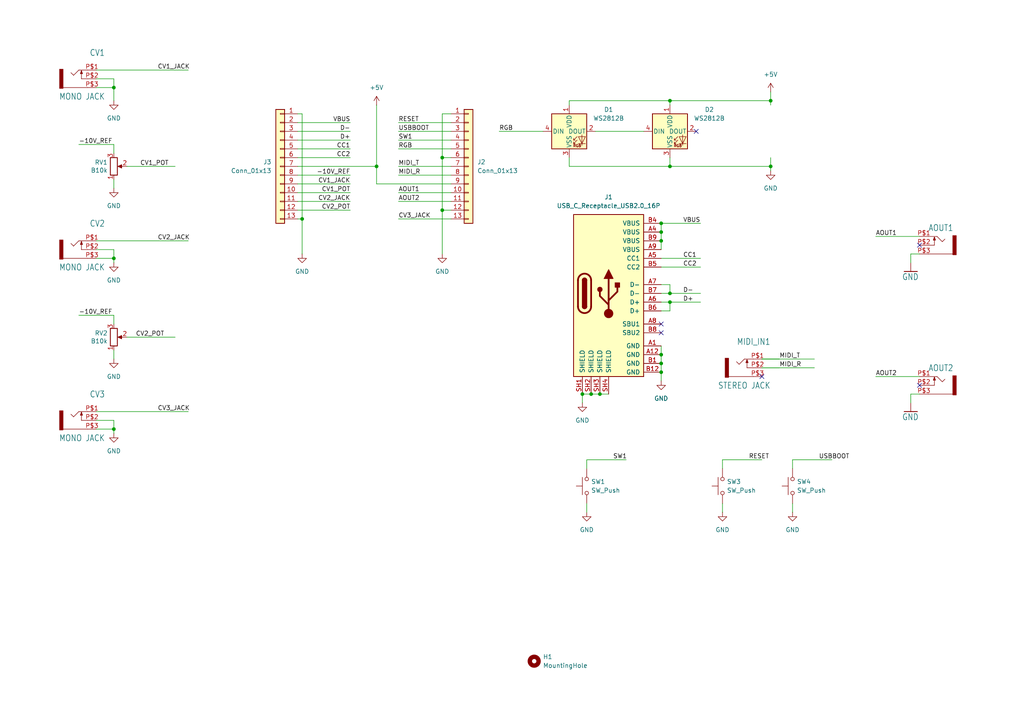
<source format=kicad_sch>
(kicad_sch (version 20231120) (generator "eeschema") (generator_version "8.0")
  (paper "A4")
  (lib_symbols
    (symbol "Connector_Generic:Conn_01x13" (pin_names (offset 1.016) hide)
      (property "Reference" "J" (at 0 17.78 0))
      (property "Value" "Conn_01x13" (at 0 -17.78 0))
      (symbol "Conn_01x13_1_1"
        (rectangle (start -1.27 -15.113) (end 0 -15.367) (stroke (width 0.1524)))
        (rectangle (start -1.27 -12.573) (end 0 -12.827) (stroke (width 0.1524)))
        (rectangle (start -1.27 -10.033) (end 0 -10.287) (stroke (width 0.1524)))
        (rectangle (start -1.27 -7.493) (end 0 -7.747) (stroke (width 0.1524)))
        (rectangle (start -1.27 -4.953) (end 0 -5.207) (stroke (width 0.1524)))
        (rectangle (start -1.27 -2.413) (end 0 -2.667) (stroke (width 0.1524)))
        (rectangle (start -1.27 0.127) (end 0 -0.127) (stroke (width 0.1524)))
        (rectangle (start -1.27 2.667) (end 0 2.413) (stroke (width 0.1524)))
        (rectangle (start -1.27 5.207) (end 0 4.953) (stroke (width 0.1524)))
        (rectangle (start -1.27 7.747) (end 0 7.493) (stroke (width 0.1524)))
        (rectangle (start -1.27 10.287) (end 0 10.033) (stroke (width 0.1524)))
        (rectangle (start -1.27 12.827) (end 0 12.573) (stroke (width 0.1524)))
        (rectangle (start -1.27 15.367) (end 0 15.113) (stroke (width 0.1524)))
        (rectangle (start -1.27 16.51) (end 1.27 -16.51) (stroke (width 0.254)) (fill (type background)))
        (pin passive line (at -5.08 15.24 0) (length 3.81) (name "Pin_1") (number "1"))
        (pin passive line (at -5.08 -7.62 0) (length 3.81) (name "Pin_10") (number "10"))
        (pin passive line (at -5.08 -10.16 0) (length 3.81) (name "Pin_11") (number "11"))
        (pin passive line (at -5.08 -12.7 0) (length 3.81) (name "Pin_12") (number "12"))
        (pin passive line (at -5.08 -15.24 0) (length 3.81) (name "Pin_13") (number "13"))
        (pin passive line (at -5.08 12.7 0) (length 3.81) (name "Pin_2") (number "2"))
        (pin passive line (at -5.08 10.16 0) (length 3.81) (name "Pin_3") (number "3"))
        (pin passive line (at -5.08 7.62 0) (length 3.81) (name "Pin_4") (number "4"))
        (pin passive line (at -5.08 5.08 0) (length 3.81) (name "Pin_5") (number "5"))
        (pin passive line (at -5.08 2.54 0) (length 3.81) (name "Pin_6") (number "6"))
        (pin passive line (at -5.08 0 0) (length 3.81) (name "Pin_7") (number "7"))
        (pin passive line (at -5.08 -2.54 0) (length 3.81) (name "Pin_8") (number "8"))
        (pin passive line (at -5.08 -5.08 0) (length 3.81) (name "Pin_9") (number "9"))
      )
    )
    (symbol "Device:R_Potentiometer" (pin_names (offset 1.016) hide)
      (property "Reference" "RV" (at -4.445 0 90))
      (property "Value" "R_Potentiometer" (at -2.54 0 90))
      (symbol "R_Potentiometer_0_1"
        (polyline (pts (xy 2.54 0) (xy 1.524 0)))
        (polyline (pts (xy 1.143 0) (xy 2.286 0.508) (xy 2.286 -0.508) (xy 1.143 0)) (fill (type outline)))
        (rectangle (start 1.016 2.54) (end -1.016 -2.54) (stroke (width 0.254)))
      )
      (symbol "R_Potentiometer_1_1"
        (pin passive line (at 0 3.81 270) (length 1.27) (name "1") (number "1"))
        (pin passive line (at 3.81 0 180) (length 1.27) (name "2") (number "2"))
        (pin passive line (at 0 -3.81 90) (length 1.27) (name "3") (number "3"))
      )
    )
    (symbol "LED:WS2812B" (pin_names (offset 0.254))
      (property "Reference" "D" (at 5.08 5.715 0))
      (property "Value" "WS2812B" (at 1.27 -5.715 0))
      (symbol "WS2812B_0_0"
        (text "RGB" (at 2.286 -4.191 0) (effects (font (size 0.762 0.762))))
      )
      (symbol "WS2812B_0_1"
        (polyline (pts (xy 1.27 -3.556) (xy 1.778 -3.556)))
        (polyline (pts (xy 1.27 -2.54) (xy 1.778 -2.54)))
        (polyline (pts (xy 4.699 -3.556) (xy 2.667 -3.556)))
        (polyline (pts (xy 2.286 -2.54) (xy 1.27 -3.556) (xy 1.27 -3.048)))
        (polyline (pts (xy 2.286 -1.524) (xy 1.27 -2.54) (xy 1.27 -2.032)))
        (polyline (pts (xy 3.683 -1.016) (xy 3.683 -3.556) (xy 3.683 -4.064)))
        (polyline (pts (xy 4.699 -1.524) (xy 2.667 -1.524) (xy 3.683 -3.556) (xy 4.699 -1.524)))
        (rectangle (start 5.08 5.08) (end -5.08 -5.08) (stroke (width 0.254)) (fill (type background)))
      )
      (symbol "WS2812B_1_1"
        (pin power_in line (at 0 7.62 270) (length 2.54) (name "VDD") (number "1"))
        (pin output line (at 7.62 0 180) (length 2.54) (name "DOUT") (number "2"))
        (pin power_in line (at 0 -7.62 90) (length 2.54) (name "VSS") (number "3"))
        (pin input line (at -7.62 0 0) (length 2.54) (name "DIN") (number "4"))
      )
    )
    (symbol "Mechanical:MountingHole" (pin_names (offset 1.016)) (exclude_from_sim yes) (in_bom no)
      (property "Reference" "H" (at 0 5.08 0))
      (property "Value" "MountingHole" (at 0 3.175 0))
      (symbol "MountingHole_0_1"
        (circle (center 0 0) (radius 1.27) (stroke (width 1.27)))
      )
    )
    (symbol "Switch:SW_Push" (pin_numbers hide) (pin_names (offset 1.016) hide)
      (property "Reference" "SW" (at 1.27 2.54 0))
      (property "Value" "SW_Push" (at 0 -1.524 0))
      (symbol "SW_Push_0_1"
        (circle (center -2.032 0) (radius 0.508))
        (polyline (pts (xy 0 1.27) (xy 0 3.048)))
        (polyline (pts (xy 2.54 1.27) (xy -2.54 1.27)))
        (circle (center 2.032 0) (radius 0.508))
        (pin passive line (at -5.08 0 0) (length 2.54) (name "1") (number "1"))
        (pin passive line (at 5.08 0 180) (length 2.54) (name "2") (number "2"))
      )
    )
    (symbol "Symbols:USB_C_Receptacle_USB2.0_16P" (pin_names (offset 1.016))
      (property "Reference" "J1" (at 0 28.194 0))
      (property "Value" "USB_C_Receptacle_USB2.0_16P" (at 0 25.654 0))
      (symbol "USB_C_Receptacle_USB2.0_16P_0_1"
        (rectangle (start -10.16 22.86) (end 10.16 -24.13) (stroke (width 0.254)) (fill (type background)))
        (arc (start -8.89 -3.81) (mid -6.985 -5.7067) (end -5.08 -3.81) (stroke (width 0.508)))
        (arc (start -7.62 -3.81) (mid -6.985 -4.4423) (end -6.35 -3.81) (stroke (width 0.254)))
        (arc (start -7.62 -3.81) (mid -6.985 -4.4423) (end -6.35 -3.81) (stroke (width 0.254)) (fill (type outline)))
        (rectangle (start -7.62 -3.81) (end -6.35 3.81) (stroke (width 0.254)) (fill (type outline)))
        (arc (start -6.35 3.81) (mid -6.985 4.4423) (end -7.62 3.81) (stroke (width 0.254)))
        (arc (start -6.35 3.81) (mid -6.985 4.4423) (end -7.62 3.81) (stroke (width 0.254)) (fill (type outline)))
        (arc (start -5.08 3.81) (mid -6.985 5.7067) (end -8.89 3.81) (stroke (width 0.508)))
        (circle (center -2.54 1.143) (radius 0.635) (stroke (width 0.254)) (fill (type outline)))
        (circle (center 0 -5.842) (radius 1.27) (fill (type outline)))
        (polyline (pts (xy -8.89 -3.81) (xy -8.89 3.81)) (stroke (width 0.508)))
        (polyline (pts (xy -5.08 3.81) (xy -5.08 -3.81)) (stroke (width 0.508)))
        (polyline (pts (xy 0 -5.842) (xy 0 4.318)) (stroke (width 0.508)))
        (polyline (pts (xy 0 -3.302) (xy -2.54 -0.762) (xy -2.54 0.508)) (stroke (width 0.508)))
        (polyline (pts (xy 0 -2.032) (xy 2.54 0.508) (xy 2.54 1.778)) (stroke (width 0.508)))
        (polyline (pts (xy -1.27 4.318) (xy 0 6.858) (xy 1.27 4.318) (xy -1.27 4.318)) (stroke (width 0.254)) (fill (type outline)))
        (rectangle (start 1.905 1.778) (end 3.175 3.048) (stroke (width 0.254)) (fill (type outline)))
      )
      (symbol "USB_C_Receptacle_USB2.0_16P_1_1"
        (pin passive line (at 15.24 -15.24 180) (length 5.08) (name "GND") (number "A1"))
        (pin passive line (at 15.24 -17.78 180) (length 5.08) (name "GND") (number "A12"))
        (pin passive line (at 15.24 17.78 180) (length 5.08) (name "VBUS") (number "A4"))
        (pin bidirectional line (at 15.24 10.16 180) (length 5.08) (name "CC1") (number "A5"))
        (pin bidirectional line (at 15.24 -2.54 180) (length 5.08) (name "D+") (number "A6"))
        (pin bidirectional line (at 15.24 2.54 180) (length 5.08) (name "D-") (number "A7"))
        (pin bidirectional line (at 15.24 -8.89 180) (length 5.08) (name "SBU1") (number "A8"))
        (pin passive line (at 15.24 12.7 180) (length 5.08) (name "VBUS") (number "A9"))
        (pin passive line (at 15.24 -20.32 180) (length 5.08) (name "GND") (number "B1"))
        (pin passive line (at 15.24 -22.86 180) (length 5.08) (name "GND") (number "B12"))
        (pin passive line (at 15.24 20.32 180) (length 5.08) (name "VBUS") (number "B4"))
        (pin bidirectional line (at 15.24 7.62 180) (length 5.08) (name "CC2") (number "B5"))
        (pin bidirectional line (at 15.24 -5.08 180) (length 5.08) (name "D+") (number "B6"))
        (pin bidirectional line (at 15.24 0 180) (length 5.08) (name "D-") (number "B7"))
        (pin bidirectional line (at 15.24 -11.43 180) (length 5.08) (name "SBU2") (number "B8"))
        (pin passive line (at 15.24 15.24 180) (length 5.08) (name "VBUS") (number "B9"))
        (pin passive line (at -7.62 -29.21 90) (length 5.08) (name "SHIELD") (number "SH1"))
        (pin passive line (at -5.08 -29.21 90) (length 5.08) (name "SHIELD") (number "SH2"))
        (pin passive line (at -2.54 -29.21 90) (length 5.08) (name "SHIELD") (number "SH3"))
        (pin passive line (at 0 -29.21 90) (length 5.08) (name "SHIELD") (number "SH4"))
      )
    )
    (symbol "power:+5V" (power) (pin_numbers hide) (pin_names (offset 0) hide)
      (property "Value" "+5V" (at 0 3.556 0))
      (symbol "+5V_0_1"
        (polyline (pts (xy -0.762 1.27) (xy 0 2.54)))
        (polyline (pts (xy 0 0) (xy 0 2.54)))
        (polyline (pts (xy 0 2.54) (xy 0.762 1.27)))
      )
      (symbol "+5V_1_1"
        (pin power_in line (at 0 0 90) (length 0) (name "~") (number "1"))
      )
    )
    (symbol "power:GND" (power) (pin_numbers hide) (pin_names (offset 0) hide)
      (property "Value" "GND" (at 0 -3.81 0))
      (symbol "GND_0_1"
        (polyline (pts (xy 0 0) (xy 0 -1.27) (xy 1.27 -1.27) (xy 0 -2.54) (xy -1.27 -1.27) (xy 0 -1.27)))
      )
      (symbol "GND_1_1"
        (pin power_in line (at 0 0 270) (length 0) (name "~") (number "1"))
      )
    )
    (symbol "toepler_pro-eagle-import:SparkFun_GND" (power)
      (symbol "SparkFun_GND_1_0"
        (polyline (pts (xy -1.905 0) (xy 1.905 0)) (stroke (width 0.254)))
        (pin power_in line (at 0 2.54 270) (length 2.54) (name "GND") (number "1"))
      )
    )
    (symbol "toepler_pro-eagle-import:WQP-PJ301M-12_JACK"
      (symbol "WQP-PJ301M-12_JACK_1_0"
        (polyline (pts (xy -2.54 -2.54) (xy 4.572 -2.54)) (stroke (width 0.1524)))
        (polyline (pts (xy -2.54 0) (xy -0.762 0)) (stroke (width 0.1524)))
        (polyline (pts (xy -2.54 2.54) (xy 0 2.54)) (stroke (width 0.1524)))
        (polyline (pts (xy -1.016 1.524) (xy -0.508 1.524)) (stroke (width 0.254)))
        (polyline (pts (xy -0.762 0) (xy -0.762 2.286)) (stroke (width 0.1524)))
        (polyline (pts (xy -0.762 2.286) (xy -1.016 1.524)) (stroke (width 0.254)))
        (polyline (pts (xy -0.508 1.524) (xy -0.762 2.286)) (stroke (width 0.254)))
        (polyline (pts (xy 0 2.54) (xy 1.524 1.016)) (stroke (width 0.1524)))
        (polyline (pts (xy 1.524 1.016) (xy 2.286 1.778)) (stroke (width 0.1524)))
        (rectangle (start 4.572 2.794) (end 5.588 -2.794) (fill (type outline)))
        (pin passive line (at -5.08 2.54 0) (length 2.54) (name "2") (number "P$1"))
        (pin passive line (at -5.08 0 0) (length 2.54) (name "3") (number "P$2"))
        (pin passive line (at -5.08 -2.54 0) (length 2.54) (name "1") (number "P$3"))
      )
    )
  )
  (junction (at 33.02 25.4))
  (junction (at 191.77 64.77))
  (junction (at 194.31 85.09))
  (junction (at 33.02 74.93))
  (junction (at 191.77 102.87))
  (junction (at 194.31 48.26))
  (junction (at 194.31 87.63))
  (junction (at 128.27 60.96))
  (junction (at 87.63 63.5))
  (junction (at 191.77 107.95))
  (junction (at 168.91 114.3))
  (junction (at 128.27 45.72))
  (junction (at 33.02 124.46))
  (junction (at 191.77 69.85))
  (junction (at 173.99 114.3))
  (junction (at 191.77 105.41))
  (junction (at 223.52 48.26))
  (junction (at 191.77 67.31))
  (junction (at 194.31 29.21))
  (junction (at 171.45 114.3))
  (junction (at 109.22 48.26))
  (junction (at 223.52 29.21))
  (no_connect (at 266.7 71.12))
  (no_connect (at 191.77 93.98))
  (no_connect (at 191.77 96.52))
  (no_connect (at 201.93 38.1))
  (no_connect (at 266.7 111.76))
  (no_connect (at 220.98 109.22))
  (wire (pts (xy 165.1 30.48) (xy 165.1 29.21)))
  (wire (pts (xy 109.22 53.34) (xy 130.81 53.34)))
  (wire (pts (xy 86.36 55.88) (xy 101.6 55.88)))
  (wire (pts (xy 194.31 87.63) (xy 194.31 90.17)))
  (wire (pts (xy 191.77 64.77) (xy 191.77 67.31)) (stroke (width 0.1524)))
  (wire (pts (xy 86.36 40.64) (xy 101.6 40.64)))
  (wire (pts (xy 191.77 102.87) (xy 191.77 105.41)))
  (wire (pts (xy 170.18 133.35) (xy 181.61 133.35)))
  (wire (pts (xy 191.77 69.85) (xy 191.77 72.39)))
  (wire (pts (xy 128.27 45.72) (xy 128.27 60.96)))
  (wire (pts (xy 27.94 119.38) (xy 54.61 119.38)))
  (wire (pts (xy 194.31 29.21) (xy 223.52 29.21)))
  (wire (pts (xy 86.36 60.96) (xy 101.6 60.96)))
  (wire (pts (xy 128.27 60.96) (xy 130.81 60.96)))
  (wire (pts (xy 27.94 25.4) (xy 33.02 25.4)))
  (wire (pts (xy 223.52 45.72) (xy 223.52 48.26)))
  (wire (pts (xy 168.91 114.3) (xy 168.91 116.84)))
  (wire (pts (xy 22.86 91.44) (xy 33.02 91.44)))
  (wire (pts (xy 191.77 82.55) (xy 194.31 82.55)))
  (wire (pts (xy 194.31 45.72) (xy 194.31 48.26)))
  (wire (pts (xy 229.87 146.05) (xy 229.87 148.59)))
  (wire (pts (xy 223.52 29.21) (xy 223.52 30.48)))
  (wire (pts (xy 115.57 48.26) (xy 130.81 48.26)))
  (wire (pts (xy 86.36 45.72) (xy 101.6 45.72)))
  (wire (pts (xy 130.81 33.02) (xy 128.27 33.02)))
  (wire (pts (xy 209.55 133.35) (xy 220.98 133.35)))
  (wire (pts (xy 264.16 73.66) (xy 266.7 73.66)) (stroke (width 0.1524)))
  (wire (pts (xy 36.83 48.26) (xy 50.8 48.26)))
  (wire (pts (xy 33.02 101.6) (xy 33.02 104.14)))
  (wire (pts (xy 172.72 38.1) (xy 186.69 38.1)))
  (wire (pts (xy 115.57 55.88) (xy 130.81 55.88)))
  (wire (pts (xy 264.16 116.84) (xy 264.16 114.3)) (stroke (width 0.1524)))
  (wire (pts (xy 115.57 40.64) (xy 130.81 40.64)))
  (wire (pts (xy 33.02 29.21) (xy 33.02 25.4)))
  (wire (pts (xy 223.52 48.26) (xy 223.52 49.53)))
  (wire (pts (xy 220.98 104.14) (xy 236.22 104.14)) (stroke (width 0.1524)))
  (wire (pts (xy 27.94 124.46) (xy 33.02 124.46)))
  (wire (pts (xy 86.36 43.18) (xy 101.6 43.18)))
  (wire (pts (xy 33.02 76.2) (xy 33.02 74.93)))
  (wire (pts (xy 191.77 107.95) (xy 191.77 110.49)))
  (wire (pts (xy 115.57 38.1) (xy 130.81 38.1)))
  (wire (pts (xy 209.55 135.89) (xy 209.55 133.35)))
  (wire (pts (xy 226.06 104.14) (xy 220.98 104.14)))
  (wire (pts (xy 194.31 82.55) (xy 194.31 85.09)))
  (wire (pts (xy 86.36 50.8) (xy 101.6 50.8)))
  (wire (pts (xy 144.78 38.1) (xy 157.48 38.1)))
  (wire (pts (xy 191.77 67.31) (xy 191.77 69.85)) (stroke (width 0.1524)))
  (wire (pts (xy 33.02 25.4) (xy 33.02 22.86)))
  (wire (pts (xy 27.94 72.39) (xy 33.02 72.39)))
  (wire (pts (xy 171.45 114.3) (xy 173.99 114.3)))
  (wire (pts (xy 191.77 105.41) (xy 191.77 107.95)))
  (wire (pts (xy 86.36 33.02) (xy 87.63 33.02)))
  (wire (pts (xy 33.02 52.07) (xy 33.02 54.61)))
  (wire (pts (xy 220.98 106.68) (xy 236.22 106.68)) (stroke (width 0.1524)))
  (wire (pts (xy 22.86 41.91) (xy 33.02 41.91)))
  (wire (pts (xy 264.16 114.3) (xy 266.7 114.3)) (stroke (width 0.1524)))
  (wire (pts (xy 86.36 38.1) (xy 101.6 38.1)))
  (wire (pts (xy 109.22 30.48) (xy 109.22 48.26)))
  (wire (pts (xy 86.36 58.42) (xy 101.6 58.42)))
  (wire (pts (xy 191.77 64.77) (xy 203.2 64.77)) (stroke (width 0.1524)))
  (wire (pts (xy 170.18 135.89) (xy 170.18 133.35)))
  (wire (pts (xy 86.36 35.56) (xy 101.6 35.56)))
  (wire (pts (xy 229.87 135.89) (xy 229.87 133.35)))
  (wire (pts (xy 87.63 63.5) (xy 87.63 73.66)))
  (wire (pts (xy 168.91 114.3) (xy 171.45 114.3)))
  (wire (pts (xy 115.57 35.56) (xy 130.81 35.56)))
  (wire (pts (xy 254 68.58) (xy 266.7 68.58)))
  (wire (pts (xy 128.27 45.72) (xy 130.81 45.72)))
  (wire (pts (xy 191.77 87.63) (xy 194.31 87.63)) (stroke (width 0.1524)))
  (wire (pts (xy 194.31 85.09) (xy 203.2 85.09)) (stroke (width 0.1524)))
  (wire (pts (xy 86.36 63.5) (xy 87.63 63.5)))
  (wire (pts (xy 115.57 58.42) (xy 130.81 58.42)))
  (wire (pts (xy 254 109.22) (xy 266.7 109.22)))
  (wire (pts (xy 191.77 77.47) (xy 203.2 77.47)))
  (wire (pts (xy 229.87 133.35) (xy 241.3 133.35)))
  (wire (pts (xy 27.94 121.92) (xy 33.02 121.92)))
  (wire (pts (xy 191.77 74.93) (xy 203.2 74.93)))
  (wire (pts (xy 33.02 41.91) (xy 33.02 44.45)))
  (wire (pts (xy 191.77 100.33) (xy 191.77 102.87)))
  (wire (pts (xy 115.57 63.5) (xy 130.81 63.5)))
  (wire (pts (xy 33.02 91.44) (xy 33.02 93.98)))
  (wire (pts (xy 194.31 48.26) (xy 223.52 48.26)))
  (wire (pts (xy 226.06 106.68) (xy 220.98 106.68)))
  (wire (pts (xy 109.22 48.26) (xy 109.22 53.34)))
  (wire (pts (xy 170.18 146.05) (xy 170.18 148.59)))
  (wire (pts (xy 27.94 20.32) (xy 54.61 20.32)))
  (wire (pts (xy 165.1 45.72) (xy 165.1 48.26)))
  (wire (pts (xy 165.1 29.21) (xy 194.31 29.21)))
  (wire (pts (xy 264.16 76.2) (xy 264.16 73.66)) (stroke (width 0.1524)))
  (wire (pts (xy 33.02 125.73) (xy 33.02 124.46)))
  (wire (pts (xy 209.55 146.05) (xy 209.55 148.59)))
  (wire (pts (xy 223.52 26.67) (xy 223.52 29.21)))
  (wire (pts (xy 27.94 69.85) (xy 54.61 69.85)))
  (wire (pts (xy 165.1 48.26) (xy 194.31 48.26)))
  (wire (pts (xy 33.02 124.46) (xy 33.02 121.92)))
  (wire (pts (xy 27.94 22.86) (xy 33.02 22.86)))
  (wire (pts (xy 194.31 29.21) (xy 194.31 30.48)))
  (wire (pts (xy 87.63 33.02) (xy 87.63 63.5)))
  (wire (pts (xy 194.31 87.63) (xy 203.2 87.63)) (stroke (width 0.1524)))
  (wire (pts (xy 86.36 48.26) (xy 109.22 48.26)))
  (wire (pts (xy 36.83 97.79) (xy 50.8 97.79)))
  (wire (pts (xy 86.36 53.34) (xy 101.6 53.34)))
  (wire (pts (xy 191.77 85.09) (xy 194.31 85.09)) (stroke (width 0.1524)))
  (wire (pts (xy 33.02 74.93) (xy 33.02 72.39)))
  (wire (pts (xy 173.99 114.3) (xy 176.53 114.3)))
  (wire (pts (xy 115.57 43.18) (xy 130.81 43.18)))
  (wire (pts (xy 191.77 90.17) (xy 194.31 90.17)))
  (wire (pts (xy 115.57 50.8) (xy 130.81 50.8)))
  (wire (pts (xy 128.27 60.96) (xy 128.27 73.66)))
  (wire (pts (xy 27.94 74.93) (xy 33.02 74.93)))
  (wire (pts (xy 128.27 33.02) (xy 128.27 45.72)))
  (label "RESET" (at 217.17 133.35 0))
  (label "SW1" (at 177.8 133.35 0))
  (label "CC2" (at 101.6 45.72 180))
  (label "CV1_JACK" (at 45.72 20.32 0))
  (label "VBUS" (at 198.12 64.77 0) (effects (font (size 1.2446 1.2446))))
  (label "-10V_REF" (at 22.86 41.91 0))
  (label "RGB" (at 115.57 43.18 0))
  (label "D-" (at 101.6 38.1 180) (effects (font (size 1.2446 1.2446))))
  (label "CC1" (at 101.6 43.18 180))
  (label "VBUS" (at 101.6 35.56 180) (effects (font (size 1.2446 1.2446))))
  (label "SW1" (at 115.57 40.64 0))
  (label "AOUT1" (at 254 68.58 0))
  (label "CV1_JACK" (at 101.6 53.34 180))
  (label "CV2_JACK" (at 101.6 58.42 180))
  (label "RGB" (at 144.78 38.1 0))
  (label "D+" (at 101.6 40.64 180) (effects (font (size 1.2446 1.2446))))
  (label "-10V_REF" (at 22.86 91.44 0))
  (label "CC1" (at 198.12 74.93 0))
  (label "RESET" (at 115.57 35.56 0))
  (label "AOUT2" (at 254 109.22 0))
  (label "CV2_JACK" (at 45.72 69.85 0))
  (label "MIDI_T" (at 226.06 104.14 0))
  (label "D-" (at 198.12 85.09 0) (effects (font (size 1.2446 1.2446))))
  (label "CV2_POT" (at 39.37 97.79 0))
  (label "USBBOOT" (at 115.57 38.1 0))
  (label "MIDI_R" (at 226.06 106.68 0))
  (label "MIDI_R" (at 115.57 50.8 0))
  (label "CV3_JACK" (at 115.57 63.5 0))
  (label "CV2_POT" (at 101.6 60.96 180))
  (label "CC2" (at 198.12 77.47 0))
  (label "CV1_POT" (at 40.64 48.26 0))
  (label "MIDI_T" (at 115.57 48.26 0))
  (label "AOUT1" (at 115.57 55.88 0))
  (label "CV3_JACK" (at 45.72 119.38 0))
  (label "CV1_POT" (at 101.6 55.88 180))
  (label "-10V_REF" (at 101.6 50.8 180))
  (label "USBBOOT" (at 237.49 133.35 0))
  (label "D+" (at 198.12 87.63 0) (effects (font (size 1.2446 1.2446))))
  (label "AOUT2" (at 115.57 58.42 0))
  (symbol (lib_id "Mechanical:MountingHole") (at 154.94 191.77 0) (unit 1) (exclude_from_sim yes) (in_bom no)
    (property "Reference" "H1" (at 157.48 190.4999 0) (effects (justify left)))
    (property "Value" "MountingHole" (at 157.48 193.0399 0) (effects (justify left)))
    (property "Footprint" "MountingHole:MountingHole_2.7mm_M2.5" (effects (hide yes)))
    (property "Description" "Mounting Hole without connection" (effects (hide yes)))
  )
  (symbol (lib_id "Device:R_Potentiometer") (at 33.02 97.79 0) (mirror x) (unit 1)
    (property "Reference" "RV2" (at 31.242 96.6216 0) (effects (justify right)))
    (property "Value" "B10k" (at 31.242 98.933 0) (effects (justify right)))
    (property "Footprint" "Library:Potentiometer_Alps_RK09K_Single_Vertical_DSHAFT" (effects (hide yes)))
  )
  (symbol (lib_id "power:GND") (at 191.77 110.49 0) (unit 1)
    (property "Reference" "#PWR05" (effects (hide yes)))
    (property "Value" "GND" (at 191.77 115.57 0))
    (property "Description" "Power symbol creates a global label with name \"GND\" , ground" (effects (hide yes)))
  )
  (symbol (lib_id "power:GND") (at 128.27 73.66 0) (unit 1)
    (property "Reference" "#PWR020" (effects (hide yes)))
    (property "Value" "GND" (at 128.27 78.74 0))
    (property "Description" "Power symbol creates a global label with name \"GND\" , ground" (effects (hide yes)))
  )
  (symbol (lib_id "Device:R_Potentiometer") (at 33.02 48.26 0) (mirror x) (unit 1)
    (property "Reference" "RV1" (at 31.242 47.0916 0) (effects (justify right)))
    (property "Value" "B10k" (at 31.242 49.403 0) (effects (justify right)))
    (property "Footprint" "Library:Potentiometer_Alps_RK09K_Single_Vertical_DSHAFT" (effects (hide yes)))
  )
  (symbol (lib_id "power:+5V") (at 109.22 30.48 0) (unit 1)
    (property "Reference" "#PWR021" (effects (hide yes)))
    (property "Value" "+5V" (at 109.22 25.4 0))
    (property "Description" "Power symbol creates a global label with name \"+5V\"" (effects (hide yes)))
  )
  (symbol (lib_id "toepler_pro-eagle-import:WQP-PJ301M-12_JACK") (at 271.78 111.76 0) (unit 1)
    (property "Reference" "AOUT2" (at 269.24 107.696 0) (effects (font (size 1.778 1.5113)) (justify left bottom)))
    (property "Value" "WQP-PJ301M-12_JACK" (effects (hide yes)))
    (property "Footprint" "toepler_pro:WQP-PJ301M-12_JACK" (effects (hide yes)))
  )
  (symbol (lib_id "power:GND") (at 33.02 125.73 0) (unit 1)
    (property "Reference" "#PWR013" (effects (hide yes)))
    (property "Value" "GND" (at 33.02 130.81 0))
    (property "Description" "Power symbol creates a global label with name \"GND\" , ground" (effects (hide yes)))
  )
  (symbol (lib_id "toepler_pro-eagle-import:WQP-PJ301M-12_JACK") (at 215.9 106.68 0) (mirror y) (unit 1)
    (property "Reference" "MIDI_IN1" (at 223.52 100.076 0) (effects (font (size 1.778 1.5113)) (justify left bottom)))
    (property "Value" "STEREO JACK" (at 223.52 112.776 0) (effects (font (size 1.778 1.5113)) (justify left bottom)))
    (property "Footprint" "toepler_pro:WQP-PJ301M-12_JACK" (effects (hide yes)))
  )
  (symbol (lib_id "Connector_Generic:Conn_01x13") (at 81.28 48.26 0) (mirror y) (unit 1)
    (property "Reference" "J3" (at 78.74 46.9899 0) (effects (justify left)))
    (property "Value" "Conn_01x13" (at 78.74 49.5299 0) (effects (justify left)))
    (property "Footprint" "Connector_PinSocket_2.54mm:PinSocket_1x13_P2.54mm_Vertical" (effects (hide yes)))
    (property "Description" "Generic connector, single row, 01x13, script generated (kicad-library-utils/schlib/autogen/connector/)" (effects (hide yes)))
  )
  (symbol (lib_id "toepler_pro-eagle-import:WQP-PJ301M-12_JACK") (at 22.86 22.86 0) (mirror y) (unit 1)
    (property "Reference" "CV1" (at 30.48 16.256 0) (effects (font (size 1.778 1.5113)) (justify left bottom)))
    (property "Value" "MONO JACK" (at 30.48 28.956 0) (effects (font (size 1.778 1.5113)) (justify left bottom)))
    (property "Footprint" "toepler_pro:WQP-PJ301M-12_JACK" (effects (hide yes)))
  )
  (symbol (lib_id "power:GND") (at 170.18 148.59 0) (unit 1)
    (property "Reference" "#PWR04" (effects (hide yes)))
    (property "Value" "GND" (at 170.18 153.67 0))
    (property "Description" "Power symbol creates a global label with name \"GND\" , ground" (effects (hide yes)))
  )
  (symbol (lib_id "Switch:SW_Push") (at 170.18 140.97 90) (unit 1)
    (property "Reference" "SW1" (at 171.45 139.6999 90) (effects (justify right)))
    (property "Value" "SW_Push" (at 171.45 142.2399 90) (effects (justify right)))
    (property "Footprint" "Button_Switch_THT:SW_PUSH_6mm_H13mm" (effects (hide yes)))
    (property "Description" "Push button switch, generic, two pins" (effects (hide yes)))
  )
  (symbol (lib_id "power:+5V") (at 223.52 26.67 0) (unit 1)
    (property "Reference" "#PWR02" (effects (hide yes)))
    (property "Value" "+5V" (at 223.52 21.59 0))
    (property "Description" "Power symbol creates a global label with name \"+5V\"" (effects (hide yes)))
  )
  (symbol (lib_id "power:GND") (at 229.87 148.59 0) (unit 1)
    (property "Reference" "#PWR07" (effects (hide yes)))
    (property "Value" "GND" (at 229.87 153.67 0))
    (property "Description" "Power symbol creates a global label with name \"GND\" , ground" (effects (hide yes)))
  )
  (symbol (lib_id "power:GND") (at 223.52 49.53 0) (unit 1)
    (property "Reference" "#PWR03" (effects (hide yes)))
    (property "Value" "GND" (at 223.52 54.61 0))
    (property "Description" "Power symbol creates a global label with name \"GND\" , ground" (effects (hide yes)))
  )
  (symbol (lib_id "toepler_pro-eagle-import:WQP-PJ301M-12_JACK") (at 22.86 121.92 0) (mirror y) (unit 1)
    (property "Reference" "CV3" (at 30.48 115.316 0) (effects (font (size 1.778 1.5113)) (justify left bottom)))
    (property "Value" "MONO JACK" (at 30.48 128.016 0) (effects (font (size 1.778 1.5113)) (justify left bottom)))
    (property "Footprint" "toepler_pro:WQP-PJ301M-12_JACK" (effects (hide yes)))
  )
  (symbol (lib_id "Switch:SW_Push") (at 209.55 140.97 90) (unit 1)
    (property "Reference" "SW3" (at 210.82 139.6999 90) (effects (justify right)))
    (property "Value" "SW_Push" (at 210.82 142.2399 90) (effects (justify right)))
    (property "Footprint" "Button_Switch_THT:SW_PUSH_6mm_H13mm" (effects (hide yes)))
    (property "Description" "Push button switch, generic, two pins" (effects (hide yes)))
  )
  (symbol (lib_id "LED:WS2812B") (at 194.31 38.1 0) (unit 1)
    (property "Reference" "D2" (at 205.74 31.7814 0))
    (property "Value" "WS2812B" (at 205.74 34.3214 0))
    (property "Footprint" "LED_SMD:LED_WS2812B_PLCC4_5.0x5.0mm_P3.2mm" (effects (hide yes)))
    (property "Datasheet" "https://cdn-shop.adafruit.com/datasheets/WS2812B.pdf" (effects (hide yes)))
    (property "Description" "RGB LED with integrated controller" (effects (hide yes)))
  )
  (symbol (lib_id "toepler_pro-eagle-import:SparkFun_GND") (at 264.16 78.74 0) (unit 1)
    (property "Reference" "#GND01" (effects (hide yes)))
    (property "Value" "GND" (at 261.62 81.28 0) (effects (font (size 1.778 1.5113)) (justify left bottom)))
  )
  (symbol (lib_id "power:GND") (at 33.02 76.2 0) (unit 1)
    (property "Reference" "#PWR011" (effects (hide yes)))
    (property "Value" "GND" (at 33.02 81.28 0))
    (property "Description" "Power symbol creates a global label with name \"GND\" , ground" (effects (hide yes)))
  )
  (symbol (lib_id "toepler_pro-eagle-import:WQP-PJ301M-12_JACK") (at 271.78 71.12 0) (unit 1)
    (property "Reference" "AOUT1" (at 269.24 67.056 0) (effects (font (size 1.778 1.5113)) (justify left bottom)))
    (property "Value" "WQP-PJ301M-12_JACK" (effects (hide yes)))
    (property "Footprint" "toepler_pro:WQP-PJ301M-12_JACK" (effects (hide yes)))
  )
  (symbol (lib_id "Switch:SW_Push") (at 229.87 140.97 90) (unit 1)
    (property "Reference" "SW4" (at 231.14 139.6999 90) (effects (justify right)))
    (property "Value" "SW_Push" (at 231.14 142.2399 90) (effects (justify right)))
    (property "Footprint" "Button_Switch_THT:SW_PUSH_6mm_H13mm" (effects (hide yes)))
    (property "Description" "Push button switch, generic, two pins" (effects (hide yes)))
  )
  (symbol (lib_id "Connector_Generic:Conn_01x13") (at 135.89 48.26 0) (unit 1)
    (property "Reference" "J2" (at 138.43 46.9899 0) (effects (justify left)))
    (property "Value" "Conn_01x13" (at 138.43 49.5299 0) (effects (justify left)))
    (property "Footprint" "Connector_PinSocket_2.54mm:PinSocket_1x13_P2.54mm_Vertical" (effects (hide yes)))
    (property "Description" "Generic connector, single row, 01x13, script generated (kicad-library-utils/schlib/autogen/connector/)" (effects (hide yes)))
  )
  (symbol (lib_id "Symbols:USB_C_Receptacle_USB2.0_16P") (at 176.53 85.09 0) (unit 1)
    (property "Reference" "J1" (at 176.53 57.15 0))
    (property "Value" "USB_C_Receptacle_USB2.0_16P" (at 176.53 59.69 0))
    (property "Footprint" "Library:UJ20-C-V-C-2-SMT-TR" (effects (hide yes)))
    (property "Datasheet" "https://www.usb.org/sites/default/files/documents/usb_type-c.zip" (effects (hide yes)))
    (property "Description" "USB 2.0-only 16P Type-C Receptacle connector" (effects (hide yes)))
  )
  (symbol (lib_id "toepler_pro-eagle-import:SparkFun_GND") (at 264.16 119.38 0) (unit 1)
    (property "Reference" "#GND02" (effects (hide yes)))
    (property "Value" "GND" (at 261.62 121.92 0) (effects (font (size 1.778 1.5113)) (justify left bottom)))
  )
  (symbol (lib_id "power:GND") (at 33.02 104.14 0) (unit 1)
    (property "Reference" "#PWR012" (effects (hide yes)))
    (property "Value" "GND" (at 33.02 109.22 0))
    (property "Description" "Power symbol creates a global label with name \"GND\" , ground" (effects (hide yes)))
  )
  (symbol (lib_id "power:GND") (at 168.91 116.84 0) (unit 1)
    (property "Reference" "#PWR019" (effects (hide yes)))
    (property "Value" "GND" (at 168.91 121.92 0))
    (property "Description" "Power symbol creates a global label with name \"GND\" , ground" (effects (hide yes)))
  )
  (symbol (lib_id "power:GND") (at 87.63 73.66 0) (unit 1)
    (property "Reference" "#PWR01" (effects (hide yes)))
    (property "Value" "GND" (at 87.63 78.74 0))
    (property "Description" "Power symbol creates a global label with name \"GND\" , ground" (effects (hide yes)))
  )
  (symbol (lib_id "LED:WS2812B") (at 165.1 38.1 0) (unit 1)
    (property "Reference" "D1" (at 176.53 31.7814 0))
    (property "Value" "WS2812B" (at 176.53 34.3214 0))
    (property "Footprint" "LED_SMD:LED_WS2812B_PLCC4_5.0x5.0mm_P3.2mm" (effects (hide yes)))
    (property "Datasheet" "https://cdn-shop.adafruit.com/datasheets/WS2812B.pdf" (effects (hide yes)))
    (property "Description" "RGB LED with integrated controller" (effects (hide yes)))
  )
  (symbol (lib_id "power:GND") (at 33.02 29.21 0) (unit 1)
    (property "Reference" "#PWR014" (effects (hide yes)))
    (property "Value" "GND" (at 33.02 34.29 0))
    (property "Description" "Power symbol creates a global label with name \"GND\" , ground" (effects (hide yes)))
  )
  (symbol (lib_id "toepler_pro-eagle-import:WQP-PJ301M-12_JACK") (at 22.86 72.39 0) (mirror y) (unit 1)
    (property "Reference" "CV2" (at 30.48 65.786 0) (effects (font (size 1.778 1.5113)) (justify left bottom)))
    (property "Value" "MONO JACK" (at 30.48 78.486 0) (effects (font (size 1.778 1.5113)) (justify left bottom)))
    (property "Footprint" "toepler_pro:WQP-PJ301M-12_JACK" (effects (hide yes)))
  )
  (symbol (lib_id "power:GND") (at 33.02 54.61 0) (unit 1)
    (property "Reference" "#PWR09" (effects (hide yes)))
    (property "Value" "GND" (at 33.02 59.69 0))
    (property "Description" "Power symbol creates a global label with name \"GND\" , ground" (effects (hide yes)))
  )
  (symbol (lib_id "power:GND") (at 209.55 148.59 0) (unit 1)
    (property "Reference" "#PWR06" (effects (hide yes)))
    (property "Value" "GND" (at 209.55 153.67 0))
    (property "Description" "Power symbol creates a global label with name \"GND\" , ground" (effects (hide yes)))
  )
)
</source>
